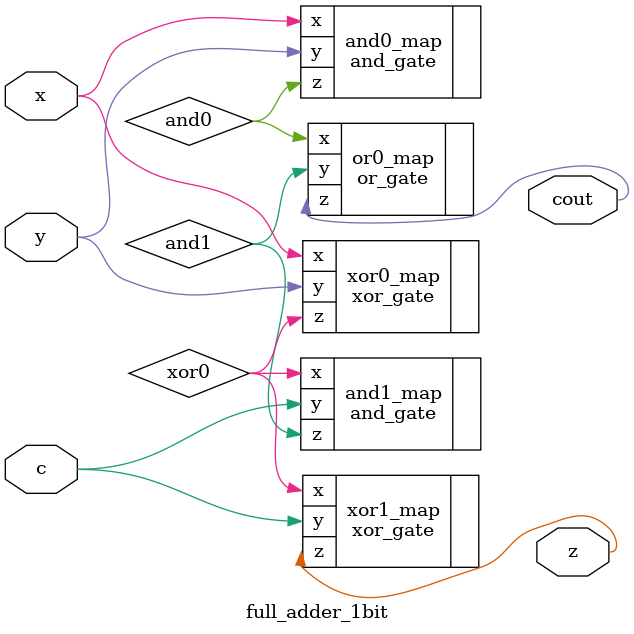
<source format=v>
module full_adder_1bit(x,y,c,z,cout);
    input x;
    input y;
    input c;
    output z;
    output cout;
    
    
    wire xor0;
    wire and0;
    wire and1;
    
    xor_gate xor0_map(.x(x), .y(y), .z(xor0));
    xor_gate xor1_map(.x(xor0), .y(c), .z(z));
    and_gate and0_map(.x(x), .y(y), .z(and0));
    and_gate and1_map(.x(xor0), .y(c), .z(and1));
    or_gate or0_map(.x(and0), .y(and1), .z(cout));
    
endmodule
    
    

</source>
